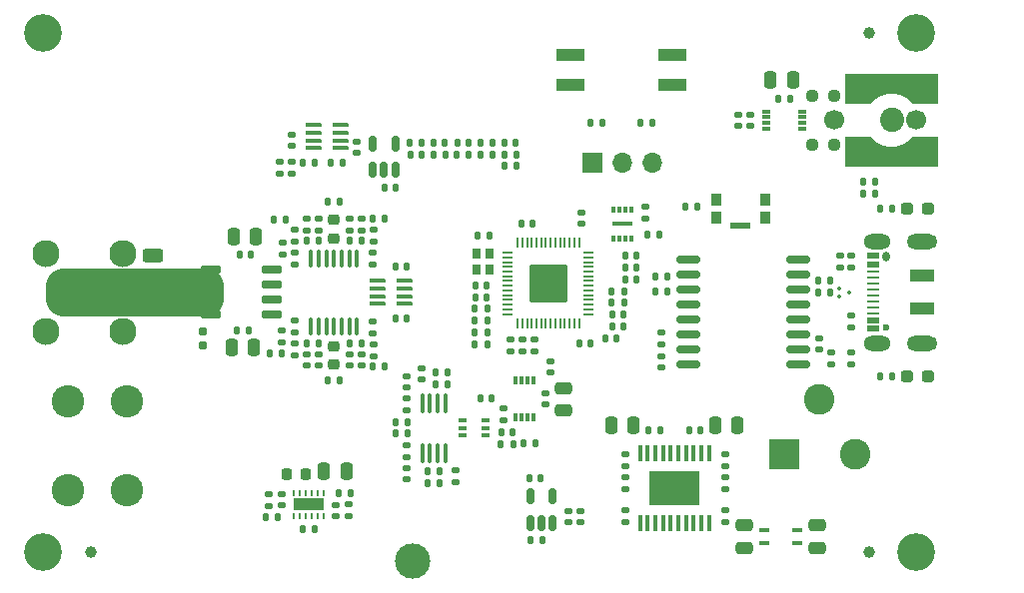
<source format=gts>
G04 #@! TF.GenerationSoftware,KiCad,Pcbnew,7.0.6-7.0.6~ubuntu20.04.1*
G04 #@! TF.CreationDate,2024-05-17T12:06:41-07:00*
G04 #@! TF.ProjectId,harp_lick_detector_capactive,68617270-5f6c-4696-936b-5f6465746563,rev?*
G04 #@! TF.SameCoordinates,PX640a5a0PY7088980*
G04 #@! TF.FileFunction,Soldermask,Top*
G04 #@! TF.FilePolarity,Negative*
%FSLAX46Y46*%
G04 Gerber Fmt 4.6, Leading zero omitted, Abs format (unit mm)*
G04 Created by KiCad (PCBNEW 7.0.6-7.0.6~ubuntu20.04.1) date 2024-05-17 12:06:41*
%MOMM*%
%LPD*%
G01*
G04 APERTURE LIST*
G04 Aperture macros list*
%AMRoundRect*
0 Rectangle with rounded corners*
0 $1 Rounding radius*
0 $2 $3 $4 $5 $6 $7 $8 $9 X,Y pos of 4 corners*
0 Add a 4 corners polygon primitive as box body*
4,1,4,$2,$3,$4,$5,$6,$7,$8,$9,$2,$3,0*
0 Add four circle primitives for the rounded corners*
1,1,$1+$1,$2,$3*
1,1,$1+$1,$4,$5*
1,1,$1+$1,$6,$7*
1,1,$1+$1,$8,$9*
0 Add four rect primitives between the rounded corners*
20,1,$1+$1,$2,$3,$4,$5,0*
20,1,$1+$1,$4,$5,$6,$7,0*
20,1,$1+$1,$6,$7,$8,$9,0*
20,1,$1+$1,$8,$9,$2,$3,0*%
%AMFreePoly0*
4,1,40,6.515355,1.015355,6.530000,0.980000,6.530000,-1.460000,6.515355,-1.495355,6.480000,-1.510000,4.370000,-1.510000,4.367882,-1.509122,4.365698,-1.509814,4.350485,-1.501916,4.334645,-1.495355,4.333768,-1.493237,4.331734,-1.492182,4.233315,-1.375157,4.010127,-1.166713,3.760982,-0.990847,3.490207,-0.850543,3.202844,-0.748414,2.904254,-0.686367,2.599999,-0.665555,2.295745,-0.686367,
1.997154,-0.748415,1.709792,-0.850543,1.439022,-0.990844,1.189872,-1.166713,0.966684,-1.375157,0.868266,-1.492182,0.866231,-1.493237,0.865355,-1.495355,0.849514,-1.501916,0.834302,-1.509814,0.832117,-1.509122,0.830000,-1.510000,-1.280000,-1.510000,-1.315355,-1.495355,-1.330000,-1.460000,-1.330000,0.980000,-1.315355,1.015355,-1.280000,1.030000,6.480000,1.030000,6.515355,1.015355,
6.515355,1.015355,$1*%
G04 Aperture macros list end*
%ADD10C,3.000000*%
%ADD11RoundRect,0.140000X-0.140000X-0.170000X0.140000X-0.170000X0.140000X0.170000X-0.140000X0.170000X0*%
%ADD12RoundRect,0.140000X-0.170000X0.140000X-0.170000X-0.140000X0.170000X-0.140000X0.170000X0.140000X0*%
%ADD13RoundRect,0.135000X0.185000X-0.135000X0.185000X0.135000X-0.185000X0.135000X-0.185000X-0.135000X0*%
%ADD14RoundRect,0.135000X-0.135000X-0.185000X0.135000X-0.185000X0.135000X0.185000X-0.135000X0.185000X0*%
%ADD15RoundRect,0.237500X0.287500X0.237500X-0.287500X0.237500X-0.287500X-0.237500X0.287500X-0.237500X0*%
%ADD16RoundRect,0.135000X-0.185000X0.135000X-0.185000X-0.135000X0.185000X-0.135000X0.185000X0.135000X0*%
%ADD17RoundRect,0.140000X0.140000X0.170000X-0.140000X0.170000X-0.140000X-0.170000X0.140000X-0.170000X0*%
%ADD18RoundRect,0.135000X0.135000X0.185000X-0.135000X0.185000X-0.135000X-0.185000X0.135000X-0.185000X0*%
%ADD19R,2.600000X2.600000*%
%ADD20C,2.600000*%
%ADD21RoundRect,0.140000X0.170000X-0.140000X0.170000X0.140000X-0.170000X0.140000X-0.170000X-0.140000X0*%
%ADD22RoundRect,0.250000X-0.475000X0.250000X-0.475000X-0.250000X0.475000X-0.250000X0.475000X0.250000X0*%
%ADD23RoundRect,0.160000X0.160000X-0.197500X0.160000X0.197500X-0.160000X0.197500X-0.160000X-0.197500X0*%
%ADD24C,2.200000*%
%ADD25C,2.300000*%
%ADD26R,2.440000X1.120000*%
%ADD27RoundRect,0.100000X-0.562500X-0.100000X0.562500X-0.100000X0.562500X0.100000X-0.562500X0.100000X0*%
%ADD28RoundRect,0.075000X-0.075000X0.075000X-0.075000X-0.075000X0.075000X-0.075000X0.075000X0.075000X0*%
%ADD29RoundRect,0.250000X-0.625000X0.312500X-0.625000X-0.312500X0.625000X-0.312500X0.625000X0.312500X0*%
%ADD30RoundRect,0.062500X-0.062500X0.187500X-0.062500X-0.187500X0.062500X-0.187500X0.062500X0.187500X0*%
%ADD31R,2.650000X1.000000*%
%ADD32RoundRect,0.250000X-0.250000X-0.475000X0.250000X-0.475000X0.250000X0.475000X-0.250000X0.475000X0*%
%ADD33RoundRect,0.225000X0.250000X-0.225000X0.250000X0.225000X-0.250000X0.225000X-0.250000X-0.225000X0*%
%ADD34RoundRect,0.150000X-0.725000X-0.150000X0.725000X-0.150000X0.725000X0.150000X-0.725000X0.150000X0*%
%ADD35R,0.800000X0.300000*%
%ADD36C,3.200000*%
%ADD37RoundRect,0.050000X-0.050000X0.387500X-0.050000X-0.387500X0.050000X-0.387500X0.050000X0.387500X0*%
%ADD38RoundRect,0.050000X-0.387500X0.050000X-0.387500X-0.050000X0.387500X-0.050000X0.387500X0.050000X0*%
%ADD39RoundRect,0.144000X-1.456000X1.456000X-1.456000X-1.456000X1.456000X-1.456000X1.456000X1.456000X0*%
%ADD40RoundRect,0.237500X-0.250000X-0.237500X0.250000X-0.237500X0.250000X0.237500X-0.250000X0.237500X0*%
%ADD41C,0.600000*%
%ADD42R,2.000000X1.000000*%
%ADD43O,0.600000X0.850000*%
%ADD44R,1.000000X0.520000*%
%ADD45R,1.000000X0.270000*%
%ADD46O,2.300000X1.300000*%
%ADD47O,2.600000X1.300000*%
%ADD48RoundRect,0.250000X0.250000X0.475000X-0.250000X0.475000X-0.250000X-0.475000X0.250000X-0.475000X0*%
%ADD49R,0.900000X1.000000*%
%ADD50R,1.700000X0.550000*%
%ADD51R,0.800000X0.900000*%
%ADD52RoundRect,0.147500X-0.172500X0.147500X-0.172500X-0.147500X0.172500X-0.147500X0.172500X0.147500X0*%
%ADD53C,1.000000*%
%ADD54RoundRect,0.100000X-0.100000X0.712500X-0.100000X-0.712500X0.100000X-0.712500X0.100000X0.712500X0*%
%ADD55RoundRect,0.150000X0.875000X0.150000X-0.875000X0.150000X-0.875000X-0.150000X0.875000X-0.150000X0*%
%ADD56R,0.300000X0.800000*%
%ADD57C,2.050000*%
%ADD58FreePoly0,180.000000*%
%ADD59FreePoly0,0.000000*%
%ADD60RoundRect,0.100000X0.100000X-0.637500X0.100000X0.637500X-0.100000X0.637500X-0.100000X-0.637500X0*%
%ADD61RoundRect,0.100000X0.225000X0.100000X-0.225000X0.100000X-0.225000X-0.100000X0.225000X-0.100000X0*%
%ADD62RoundRect,0.147500X0.147500X0.172500X-0.147500X0.172500X-0.147500X-0.172500X0.147500X-0.172500X0*%
%ADD63R,0.450000X1.450000*%
%ADD64R,4.200000X3.000000*%
%ADD65RoundRect,0.160000X-0.197500X-0.160000X0.197500X-0.160000X0.197500X0.160000X-0.197500X0.160000X0*%
%ADD66C,2.750000*%
%ADD67RoundRect,0.225000X-0.225000X-0.250000X0.225000X-0.250000X0.225000X0.250000X-0.225000X0.250000X0*%
%ADD68RoundRect,0.150000X0.150000X-0.512500X0.150000X0.512500X-0.150000X0.512500X-0.150000X-0.512500X0*%
%ADD69R,1.700000X1.700000*%
%ADD70O,1.700000X1.700000*%
%ADD71R,0.300000X0.600000*%
%ADD72R,1.700000X0.300000*%
%ADD73RoundRect,0.100000X0.350000X0.100000X-0.350000X0.100000X-0.350000X-0.100000X0.350000X-0.100000X0*%
%ADD74C,3.000000*%
%ADD75C,1.700000*%
G04 APERTURE END LIST*
D10*
X4650000Y25550000D02*
X16800000Y25550000D01*
X16800000Y24450000D01*
X4650000Y24450000D01*
X4650000Y25550000D01*
G36*
X4650000Y25550000D02*
G01*
X16800000Y25550000D01*
X16800000Y24450000D01*
X4650000Y24450000D01*
X4650000Y25550000D01*
G37*
D11*
G04 #@! TO.C,C6*
X39620000Y24600000D03*
X40580000Y24600000D03*
G04 #@! TD*
D12*
G04 #@! TO.C,C30*
X25300000Y31230000D03*
X25300000Y30270000D03*
G04 #@! TD*
D13*
G04 #@! TO.C,R28*
X43600000Y19990000D03*
X43600000Y21010000D03*
G04 #@! TD*
D14*
G04 #@! TO.C,R24*
X22190000Y19800000D03*
X23210000Y19800000D03*
G04 #@! TD*
D15*
G04 #@! TO.C,D1*
X77975000Y17900000D03*
X76225000Y17900000D03*
G04 #@! TD*
D16*
G04 #@! TO.C,R56*
X23070866Y36110000D03*
X23070866Y35090000D03*
G04 #@! TD*
D17*
G04 #@! TO.C,C21*
X20380000Y21800000D03*
X19420000Y21800000D03*
G04 #@! TD*
G04 #@! TO.C,C19*
X49380000Y20700000D03*
X48420000Y20700000D03*
G04 #@! TD*
D13*
G04 #@! TO.C,R40*
X60800000Y8327500D03*
X60800000Y9347500D03*
G04 #@! TD*
D18*
G04 #@! TO.C,R52*
X36610000Y8800000D03*
X35590000Y8800000D03*
G04 #@! TD*
D13*
G04 #@! TO.C,R44*
X42600000Y19990000D03*
X42600000Y21010000D03*
G04 #@! TD*
D17*
G04 #@! TO.C,C71*
X28350866Y36000000D03*
X27390866Y36000000D03*
G04 #@! TD*
D11*
G04 #@! TO.C,C9*
X51220000Y23100000D03*
X52180000Y23100000D03*
G04 #@! TD*
D16*
G04 #@! TO.C,R73*
X30900000Y22520000D03*
X30900000Y21500000D03*
G04 #@! TD*
D14*
G04 #@! TO.C,R58*
X53590000Y39400000D03*
X54610000Y39400000D03*
G04 #@! TD*
D13*
G04 #@! TO.C,R67*
X31000000Y29290000D03*
X31000000Y30310000D03*
G04 #@! TD*
D14*
G04 #@! TO.C,R62*
X35590000Y9800000D03*
X36610000Y9800000D03*
G04 #@! TD*
D19*
G04 #@! TO.C,J6*
X65800000Y11250000D03*
D20*
X71800000Y11250000D03*
X68800000Y15950000D03*
G04 #@! TD*
D21*
G04 #@! TO.C,C61*
X29600000Y36820000D03*
X29600000Y37780000D03*
G04 #@! TD*
G04 #@! TO.C,C27*
X48500000Y5520000D03*
X48500000Y6480000D03*
G04 #@! TD*
D14*
G04 #@! TO.C,R66*
X28990000Y29350000D03*
X30010000Y29350000D03*
G04 #@! TD*
D12*
G04 #@! TO.C,C38*
X33800000Y17880000D03*
X33800000Y16920000D03*
G04 #@! TD*
D22*
G04 #@! TO.C,C45*
X62400000Y5250000D03*
X62400000Y3350000D03*
G04 #@! TD*
D23*
G04 #@! TO.C,R59*
X16500000Y20502500D03*
X16500000Y21697500D03*
G04 #@! TD*
D18*
G04 #@! TO.C,R26*
X26310000Y20650000D03*
X25290000Y20650000D03*
G04 #@! TD*
D14*
G04 #@! TO.C,R75*
X39590000Y20600000D03*
X40610000Y20600000D03*
G04 #@! TD*
G04 #@! TO.C,R60*
X39590000Y22600000D03*
X40610000Y22600000D03*
G04 #@! TD*
D16*
G04 #@! TO.C,R38*
X60800000Y11247500D03*
X60800000Y10227500D03*
G04 #@! TD*
D24*
G04 #@! TO.C,J3*
X7000000Y25000000D03*
X4460000Y25000000D03*
D25*
X3190000Y21723400D03*
X9743200Y21723400D03*
X3190000Y28276600D03*
X9743200Y28276600D03*
G04 #@! TD*
D26*
G04 #@! TO.C,SW2*
X47695000Y45170000D03*
X47695000Y42630000D03*
X56305000Y42630000D03*
X56305000Y45170000D03*
G04 #@! TD*
D11*
G04 #@! TO.C,C13*
X43520000Y30800000D03*
X44480000Y30800000D03*
G04 #@! TD*
D14*
G04 #@! TO.C,R11*
X51190000Y24100000D03*
X52210000Y24100000D03*
G04 #@! TD*
D11*
G04 #@! TO.C,C60*
X40020000Y16000000D03*
X40980000Y16000000D03*
G04 #@! TD*
G04 #@! TO.C,C8*
X72520000Y33400000D03*
X73480000Y33400000D03*
G04 #@! TD*
D27*
G04 #@! TO.C,U14*
X31362500Y25975000D03*
X31362500Y25325000D03*
X31362500Y24675000D03*
X31362500Y24025000D03*
X33637500Y24025000D03*
X33637500Y24675000D03*
X33637500Y25325000D03*
X33637500Y25975000D03*
G04 #@! TD*
D21*
G04 #@! TO.C,C64*
X37900000Y8920000D03*
X37900000Y9880000D03*
G04 #@! TD*
D28*
G04 #@! TO.C,U2*
X70475000Y25350000D03*
X70475000Y24650000D03*
X71325000Y25000000D03*
G04 #@! TD*
D17*
G04 #@! TO.C,C41*
X25980000Y4900000D03*
X25020000Y4900000D03*
G04 #@! TD*
D13*
G04 #@! TO.C,R29*
X44600000Y19990000D03*
X44600000Y21010000D03*
G04 #@! TD*
D16*
G04 #@! TO.C,R39*
X52300000Y11247500D03*
X52300000Y10227500D03*
G04 #@! TD*
D29*
G04 #@! TO.C,R14*
X12300000Y28150000D03*
X12300000Y25225000D03*
G04 #@! TD*
D17*
G04 #@! TO.C,C28*
X45180000Y9200000D03*
X44220000Y9200000D03*
G04 #@! TD*
D21*
G04 #@! TO.C,C56*
X71500000Y18920000D03*
X71500000Y19880000D03*
G04 #@! TD*
D18*
G04 #@! TO.C,R69*
X28160000Y17500000D03*
X27140000Y17500000D03*
G04 #@! TD*
D30*
G04 #@! TO.C,U11*
X26750000Y7950000D03*
X26250000Y7950000D03*
X25750000Y7950000D03*
X25250000Y7950000D03*
X24750000Y7950000D03*
X24250000Y7950000D03*
X24250000Y6050000D03*
X24750000Y6050000D03*
X25250000Y6050000D03*
X25750000Y6050000D03*
X26250000Y6050000D03*
X26750000Y6050000D03*
D31*
X25500000Y7000000D03*
G04 #@! TD*
D32*
G04 #@! TO.C,C22*
X19150000Y29700000D03*
X21050000Y29700000D03*
G04 #@! TD*
G04 #@! TO.C,C40*
X26800000Y9800000D03*
X28700000Y9800000D03*
G04 #@! TD*
D21*
G04 #@! TO.C,C54*
X62900000Y39120000D03*
X62900000Y40080000D03*
G04 #@! TD*
D13*
G04 #@! TO.C,R3*
X70500000Y27090000D03*
X70500000Y28110000D03*
G04 #@! TD*
D33*
G04 #@! TO.C,C24*
X27650000Y18875000D03*
X27650000Y20425000D03*
G04 #@! TD*
D14*
G04 #@! TO.C,R54*
X24960866Y36000000D03*
X25980866Y36000000D03*
G04 #@! TD*
D34*
G04 #@! TO.C,U7*
X17225000Y26905000D03*
X17225000Y25635000D03*
X17225000Y24365000D03*
X17225000Y23095000D03*
X22375000Y23095000D03*
X22375000Y24365000D03*
X22375000Y25635000D03*
X22375000Y26905000D03*
G04 #@! TD*
D35*
G04 #@! TO.C,U1*
X64250000Y40350000D03*
X64250000Y39850000D03*
X64250000Y39350000D03*
X64250000Y38850000D03*
X67350000Y38850000D03*
X67350000Y39350000D03*
X67350000Y39850000D03*
X67350000Y40350000D03*
G04 #@! TD*
D13*
G04 #@! TO.C,R47*
X24350000Y21590000D03*
X24350000Y22610000D03*
G04 #@! TD*
D36*
G04 #@! TO.C,REF\u002A\u002A*
X77000000Y3000000D03*
G04 #@! TD*
D13*
G04 #@! TO.C,R46*
X24350000Y27390000D03*
X24350000Y28410000D03*
G04 #@! TD*
D14*
G04 #@! TO.C,R57*
X49390000Y39400000D03*
X50410000Y39400000D03*
G04 #@! TD*
D37*
G04 #@! TO.C,U4*
X48400000Y29200000D03*
X48000000Y29200000D03*
X47600000Y29200000D03*
X47200000Y29200000D03*
X46800000Y29200000D03*
X46400000Y29200000D03*
X46000000Y29200000D03*
X45600000Y29200000D03*
X45200000Y29200000D03*
X44800000Y29200000D03*
X44400000Y29200000D03*
X44000000Y29200000D03*
X43600000Y29200000D03*
X43200000Y29200000D03*
D38*
X42362500Y28362500D03*
X42362500Y27962500D03*
X42362500Y27562500D03*
X42362500Y27162500D03*
X42362500Y26762500D03*
X42362500Y26362500D03*
X42362500Y25962500D03*
X42362500Y25562500D03*
X42362500Y25162500D03*
X42362500Y24762500D03*
X42362500Y24362500D03*
X42362500Y23962500D03*
X42362500Y23562500D03*
X42362500Y23162500D03*
D37*
X43200000Y22325000D03*
X43600000Y22325000D03*
X44000000Y22325000D03*
X44400000Y22325000D03*
X44800000Y22325000D03*
X45200000Y22325000D03*
X45600000Y22325000D03*
X46000000Y22325000D03*
X46400000Y22325000D03*
X46800000Y22325000D03*
X47200000Y22325000D03*
X47600000Y22325000D03*
X48000000Y22325000D03*
X48400000Y22325000D03*
D38*
X49237500Y23162500D03*
X49237500Y23562500D03*
X49237500Y23962500D03*
X49237500Y24362500D03*
X49237500Y24762500D03*
X49237500Y25162500D03*
X49237500Y25562500D03*
X49237500Y25962500D03*
X49237500Y26362500D03*
X49237500Y26762500D03*
X49237500Y27162500D03*
X49237500Y27562500D03*
X49237500Y27962500D03*
X49237500Y28362500D03*
D39*
X45800000Y25762500D03*
G04 #@! TD*
D36*
G04 #@! TO.C,REF\u002A\u002A*
X77000000Y47000000D03*
G04 #@! TD*
D21*
G04 #@! TO.C,C3*
X55400000Y20620000D03*
X55400000Y21580000D03*
G04 #@! TD*
D40*
G04 #@! TO.C,R30*
X68187500Y41700000D03*
X70012500Y41700000D03*
G04 #@! TD*
D41*
G04 #@! TO.C,J5*
X74400000Y22000000D03*
D42*
X77500000Y23600000D03*
X77500000Y26400000D03*
D43*
X74400000Y28000000D03*
D44*
X73300000Y21900000D03*
X73300000Y22650000D03*
D45*
X73300000Y23250000D03*
X73300000Y24750000D03*
X73300000Y25750000D03*
X73300000Y26750000D03*
D44*
X73300000Y27350000D03*
X73300000Y28100000D03*
X73300000Y28100000D03*
X73300000Y27350000D03*
D45*
X73300000Y26250000D03*
X73300000Y25250000D03*
X73300000Y24250000D03*
X73300000Y23750000D03*
D44*
X73300000Y22650000D03*
X73300000Y21900000D03*
D46*
X73675000Y20680000D03*
D47*
X77500000Y20680000D03*
D46*
X73675000Y29320000D03*
D47*
X77500000Y29320000D03*
G04 #@! TD*
D48*
G04 #@! TO.C,C23*
X20850000Y20300000D03*
X18950000Y20300000D03*
G04 #@! TD*
D18*
G04 #@! TO.C,R7*
X55910000Y25100000D03*
X54890000Y25100000D03*
G04 #@! TD*
G04 #@! TO.C,R50*
X43080866Y35700000D03*
X42060866Y35700000D03*
G04 #@! TD*
D49*
G04 #@! TO.C,SW1*
X60050000Y31300000D03*
X60050000Y32900000D03*
X64150000Y32900000D03*
X64150000Y31300000D03*
D50*
X62100000Y30675000D03*
G04 #@! TD*
D21*
G04 #@! TO.C,C2*
X68800000Y20120000D03*
X68800000Y21080000D03*
G04 #@! TD*
D18*
G04 #@! TO.C,R17*
X39080866Y36700000D03*
X38060866Y36700000D03*
G04 #@! TD*
D27*
G04 #@! TO.C,U18*
X25933366Y39175000D03*
X25933366Y38525000D03*
X25933366Y37875000D03*
X25933366Y37225000D03*
X28208366Y37225000D03*
X28208366Y37875000D03*
X28208366Y38525000D03*
X28208366Y39175000D03*
G04 #@! TD*
D13*
G04 #@! TO.C,R32*
X28850000Y5990000D03*
X28850000Y7010000D03*
G04 #@! TD*
D36*
G04 #@! TO.C,REF\u002A\u002A*
X3000000Y47000000D03*
G04 #@! TD*
D51*
G04 #@! TO.C,X1*
X39750000Y28300000D03*
X39750000Y26900000D03*
X40850000Y26900000D03*
X40850000Y28300000D03*
G04 #@! TD*
D17*
G04 #@! TO.C,C52*
X42780000Y13150000D03*
X41820000Y13150000D03*
G04 #@! TD*
D18*
G04 #@! TO.C,R6*
X55910000Y26300000D03*
X54890000Y26300000D03*
G04 #@! TD*
D14*
G04 #@! TO.C,R61*
X39590000Y21600000D03*
X40610000Y21600000D03*
G04 #@! TD*
G04 #@! TO.C,R12*
X73890000Y17900000D03*
X74910000Y17900000D03*
G04 #@! TD*
D17*
G04 #@! TO.C,C50*
X44680000Y12200000D03*
X43720000Y12200000D03*
G04 #@! TD*
D52*
G04 #@! TO.C,D3*
X71500000Y28085000D03*
X71500000Y27115000D03*
G04 #@! TD*
D17*
G04 #@! TO.C,C14*
X53280000Y26100000D03*
X52320000Y26100000D03*
G04 #@! TD*
D21*
G04 #@! TO.C,C44*
X23200000Y6920000D03*
X23200000Y7880000D03*
G04 #@! TD*
D36*
G04 #@! TO.C,REF\u002A\u002A*
X3000000Y3000000D03*
G04 #@! TD*
D11*
G04 #@! TO.C,C70*
X32820000Y22800000D03*
X33780000Y22800000D03*
G04 #@! TD*
D18*
G04 #@! TO.C,R4*
X69710000Y26000000D03*
X68690000Y26000000D03*
G04 #@! TD*
D15*
G04 #@! TO.C,D2*
X77975000Y32100000D03*
X76225000Y32100000D03*
G04 #@! TD*
D17*
G04 #@! TO.C,C18*
X53280000Y27100000D03*
X52320000Y27100000D03*
G04 #@! TD*
D14*
G04 #@! TO.C,R70*
X30890000Y18700000D03*
X31910000Y18700000D03*
G04 #@! TD*
D11*
G04 #@! TO.C,C10*
X51220000Y22100000D03*
X52180000Y22100000D03*
G04 #@! TD*
D21*
G04 #@! TO.C,C69*
X35100000Y17620000D03*
X35100000Y18580000D03*
G04 #@! TD*
D14*
G04 #@! TO.C,R49*
X32890000Y13010000D03*
X33910000Y13010000D03*
G04 #@! TD*
D13*
G04 #@! TO.C,R27*
X24350000Y29280000D03*
X24350000Y30300000D03*
G04 #@! TD*
G04 #@! TO.C,R18*
X23300000Y28190000D03*
X23300000Y29210000D03*
G04 #@! TD*
D18*
G04 #@! TO.C,R5*
X69710000Y25000000D03*
X68690000Y25000000D03*
G04 #@! TD*
D17*
G04 #@! TO.C,C59*
X45280000Y4000000D03*
X44320000Y4000000D03*
G04 #@! TD*
D16*
G04 #@! TO.C,R72*
X31000000Y20610000D03*
X31000000Y19590000D03*
G04 #@! TD*
D18*
G04 #@! TO.C,R16*
X41080866Y36700000D03*
X40060866Y36700000D03*
G04 #@! TD*
D48*
G04 #@! TO.C,C48*
X53050000Y13737500D03*
X51150000Y13737500D03*
G04 #@! TD*
D13*
G04 #@! TO.C,R23*
X23200000Y20790000D03*
X23200000Y21810000D03*
G04 #@! TD*
D21*
G04 #@! TO.C,C51*
X45600000Y15470000D03*
X45600000Y16430000D03*
G04 #@! TD*
D12*
G04 #@! TO.C,C37*
X69800000Y19880000D03*
X69800000Y18920000D03*
G04 #@! TD*
D21*
G04 #@! TO.C,C74*
X29000000Y18770000D03*
X29000000Y19730000D03*
G04 #@! TD*
D16*
G04 #@! TO.C,R9*
X54000000Y32310000D03*
X54000000Y31290000D03*
G04 #@! TD*
D53*
G04 #@! TO.C,FID2*
X73000000Y3000000D03*
G04 #@! TD*
D17*
G04 #@! TO.C,C1*
X55180000Y29900000D03*
X54220000Y29900000D03*
G04 #@! TD*
D12*
G04 #@! TO.C,C31*
X26300000Y31230000D03*
X26300000Y30270000D03*
G04 #@! TD*
D11*
G04 #@! TO.C,C35*
X42090866Y37700000D03*
X43050866Y37700000D03*
G04 #@! TD*
D54*
G04 #@! TO.C,U10*
X37075000Y15612500D03*
X36425000Y15612500D03*
X35775000Y15612500D03*
X35125000Y15612500D03*
X35125000Y11387500D03*
X35775000Y11387500D03*
X36425000Y11387500D03*
X37075000Y11387500D03*
G04 #@! TD*
D14*
G04 #@! TO.C,R53*
X36240000Y18200000D03*
X37260000Y18200000D03*
G04 #@! TD*
D22*
G04 #@! TO.C,C11*
X47100000Y16900000D03*
X47100000Y15000000D03*
G04 #@! TD*
D48*
G04 #@! TO.C,C39*
X66550000Y43000000D03*
X64650000Y43000000D03*
G04 #@! TD*
D13*
G04 #@! TO.C,R41*
X52300000Y8327500D03*
X52300000Y9347500D03*
G04 #@! TD*
D12*
G04 #@! TO.C,C12*
X48600000Y31780000D03*
X48600000Y30820000D03*
G04 #@! TD*
D11*
G04 #@! TO.C,C15*
X39620000Y25600000D03*
X40580000Y25600000D03*
G04 #@! TD*
D55*
G04 #@! TO.C,U3*
X66950000Y18855000D03*
X66950000Y20125000D03*
X66950000Y21395000D03*
X66950000Y22665000D03*
X66950000Y23935000D03*
X66950000Y25205000D03*
X66950000Y26475000D03*
X66950000Y27745000D03*
X57650000Y27745000D03*
X57650000Y26475000D03*
X57650000Y25205000D03*
X57650000Y23935000D03*
X57650000Y22665000D03*
X57650000Y21395000D03*
X57650000Y20125000D03*
X57650000Y18855000D03*
G04 #@! TD*
D11*
G04 #@! TO.C,C46*
X57720000Y13337500D03*
X58680000Y13337500D03*
G04 #@! TD*
G04 #@! TO.C,C55*
X65320000Y41400000D03*
X66280000Y41400000D03*
G04 #@! TD*
D21*
G04 #@! TO.C,C65*
X33800000Y9120000D03*
X33800000Y10080000D03*
G04 #@! TD*
D11*
G04 #@! TO.C,C57*
X38090866Y37700000D03*
X39050866Y37700000D03*
G04 #@! TD*
D12*
G04 #@! TO.C,C26*
X47500000Y6480000D03*
X47500000Y5520000D03*
G04 #@! TD*
D18*
G04 #@! TO.C,R65*
X31960000Y31250000D03*
X30940000Y31250000D03*
G04 #@! TD*
D17*
G04 #@! TO.C,C47*
X55280000Y13337500D03*
X54320000Y13337500D03*
G04 #@! TD*
D56*
G04 #@! TO.C,U13*
X44550000Y17500000D03*
X44050000Y17500000D03*
X43550000Y17500000D03*
X43050000Y17500000D03*
X43050000Y14400000D03*
X43550000Y14400000D03*
X44050000Y14400000D03*
X44550000Y14400000D03*
G04 #@! TD*
D18*
G04 #@! TO.C,R8*
X43080866Y36700000D03*
X42060866Y36700000D03*
G04 #@! TD*
D57*
G04 #@! TO.C,J7*
X74900000Y39600000D03*
D58*
X77500000Y36700000D03*
D59*
X72300000Y42500000D03*
G04 #@! TD*
D18*
G04 #@! TO.C,R64*
X28160000Y32650000D03*
X27140000Y32650000D03*
G04 #@! TD*
D21*
G04 #@! TO.C,C16*
X45950000Y18220000D03*
X45950000Y19180000D03*
G04 #@! TD*
D60*
G04 #@! TO.C,U6*
X25700000Y22137500D03*
X26350000Y22137500D03*
X27000000Y22137500D03*
X27650000Y22137500D03*
X28300000Y22137500D03*
X28950000Y22137500D03*
X29600000Y22137500D03*
X29600000Y27862500D03*
X28950000Y27862500D03*
X28300000Y27862500D03*
X27650000Y27862500D03*
X27000000Y27862500D03*
X26350000Y27862500D03*
X25700000Y27862500D03*
G04 #@! TD*
D11*
G04 #@! TO.C,C62*
X31890866Y33900000D03*
X32850866Y33900000D03*
G04 #@! TD*
D14*
G04 #@! TO.C,R71*
X28990000Y20650000D03*
X30010000Y20650000D03*
G04 #@! TD*
D13*
G04 #@! TO.C,R37*
X52300000Y5527500D03*
X52300000Y6547500D03*
G04 #@! TD*
D14*
G04 #@! TO.C,R10*
X51190000Y25050000D03*
X52210000Y25050000D03*
G04 #@! TD*
D18*
G04 #@! TO.C,R51*
X33910000Y14010000D03*
X32890000Y14010000D03*
G04 #@! TD*
D21*
G04 #@! TO.C,C34*
X26300000Y18770000D03*
X26300000Y19730000D03*
G04 #@! TD*
D17*
G04 #@! TO.C,C17*
X51580000Y21100000D03*
X50620000Y21100000D03*
G04 #@! TD*
D21*
G04 #@! TO.C,C73*
X30000000Y18770000D03*
X30000000Y19730000D03*
G04 #@! TD*
D14*
G04 #@! TO.C,R13*
X73890000Y32100000D03*
X74910000Y32100000D03*
G04 #@! TD*
D16*
G04 #@! TO.C,R21*
X33800000Y16020000D03*
X33800000Y15000000D03*
G04 #@! TD*
D61*
G04 #@! TO.C,U9*
X40450000Y12860000D03*
X40450000Y13510000D03*
X40450000Y14160000D03*
X38550000Y14160000D03*
X38550000Y13510000D03*
X38550000Y12860000D03*
G04 #@! TD*
D62*
G04 #@! TO.C,D4*
X73485000Y34400000D03*
X72515000Y34400000D03*
G04 #@! TD*
D13*
G04 #@! TO.C,R63*
X33800000Y11000000D03*
X33800000Y12020000D03*
G04 #@! TD*
D16*
G04 #@! TO.C,R2*
X71500000Y23010000D03*
X71500000Y21990000D03*
G04 #@! TD*
D12*
G04 #@! TO.C,C72*
X29000000Y31230000D03*
X29000000Y30270000D03*
G04 #@! TD*
D21*
G04 #@! TO.C,C63*
X24070866Y37420000D03*
X24070866Y38380000D03*
G04 #@! TD*
D11*
G04 #@! TO.C,C20*
X19620000Y28200000D03*
X20580000Y28200000D03*
G04 #@! TD*
D63*
G04 #@! TO.C,U12*
X59425000Y11350000D03*
X58775000Y11350000D03*
X58125000Y11350000D03*
X57475000Y11350000D03*
X56825000Y11350000D03*
X56175000Y11350000D03*
X55525000Y11350000D03*
X54875000Y11350000D03*
X54225000Y11350000D03*
X53575000Y11350000D03*
X53575000Y5450000D03*
X54225000Y5450000D03*
X54875000Y5450000D03*
X55525000Y5450000D03*
X56175000Y5450000D03*
X56825000Y5450000D03*
X57475000Y5450000D03*
X58125000Y5450000D03*
X58775000Y5450000D03*
X59425000Y5450000D03*
D64*
X56500000Y8400000D03*
G04 #@! TD*
D65*
G04 #@! TO.C,R15*
X14202500Y25600000D03*
X15397500Y25600000D03*
G04 #@! TD*
D22*
G04 #@! TO.C,C67*
X68600000Y5250000D03*
X68600000Y3350000D03*
G04 #@! TD*
D18*
G04 #@! TO.C,R34*
X29060000Y8000000D03*
X28040000Y8000000D03*
G04 #@! TD*
D12*
G04 #@! TO.C,C53*
X61900000Y40080000D03*
X61900000Y39120000D03*
G04 #@! TD*
D66*
G04 #@! TO.C,H1*
X10100000Y15750000D03*
X5100000Y15750000D03*
X10100000Y8250000D03*
X5100000Y8250000D03*
G04 #@! TD*
D67*
G04 #@! TO.C,C42*
X23675000Y9600000D03*
X25225000Y9600000D03*
G04 #@! TD*
D14*
G04 #@! TO.C,R22*
X36240000Y17200000D03*
X37260000Y17200000D03*
G04 #@! TD*
G04 #@! TO.C,R35*
X21840000Y5900000D03*
X22860000Y5900000D03*
G04 #@! TD*
G04 #@! TO.C,R19*
X22490000Y31200000D03*
X23510000Y31200000D03*
G04 #@! TD*
D12*
G04 #@! TO.C,C5*
X55400000Y19580000D03*
X55400000Y18620000D03*
G04 #@! TD*
D16*
G04 #@! TO.C,R55*
X24070866Y36110000D03*
X24070866Y35090000D03*
G04 #@! TD*
D18*
G04 #@! TO.C,R20*
X26310000Y29350000D03*
X25290000Y29350000D03*
G04 #@! TD*
D13*
G04 #@! TO.C,R68*
X30900000Y27380000D03*
X30900000Y28400000D03*
G04 #@! TD*
D40*
G04 #@! TO.C,R31*
X68187500Y37500000D03*
X70012500Y37500000D03*
G04 #@! TD*
D13*
G04 #@! TO.C,R36*
X60800000Y5527500D03*
X60800000Y6547500D03*
G04 #@! TD*
D68*
G04 #@! TO.C,U17*
X30920866Y35362500D03*
X31870866Y35362500D03*
X32820866Y35362500D03*
X32820866Y37637500D03*
X30920866Y37637500D03*
G04 #@! TD*
D12*
G04 #@! TO.C,C43*
X27800000Y6980000D03*
X27800000Y6020000D03*
G04 #@! TD*
D18*
G04 #@! TO.C,R45*
X37080866Y36700000D03*
X36060866Y36700000D03*
G04 #@! TD*
D11*
G04 #@! TO.C,C29*
X32820000Y27200000D03*
X33780000Y27200000D03*
G04 #@! TD*
D33*
G04 #@! TO.C,C25*
X27650000Y29575000D03*
X27650000Y31125000D03*
G04 #@! TD*
D32*
G04 #@! TO.C,C49*
X59950000Y13737500D03*
X61850000Y13737500D03*
G04 #@! TD*
D18*
G04 #@! TO.C,R43*
X42810000Y12150000D03*
X41790000Y12150000D03*
G04 #@! TD*
D69*
G04 #@! TO.C,J2*
X49500000Y36000000D03*
D70*
X52040000Y36000000D03*
X54580000Y36000000D03*
G04 #@! TD*
D14*
G04 #@! TO.C,R25*
X34060866Y37700000D03*
X35080866Y37700000D03*
G04 #@! TD*
D53*
G04 #@! TO.C,FID1*
X7000000Y3000000D03*
G04 #@! TD*
D14*
G04 #@! TO.C,R74*
X39590000Y23600000D03*
X40610000Y23600000D03*
G04 #@! TD*
D71*
G04 #@! TO.C,U5*
X52850000Y32050000D03*
X52350000Y32050000D03*
X51850000Y32050000D03*
X51350000Y32050000D03*
X51350000Y29550000D03*
X51850000Y29550000D03*
X52350000Y29550000D03*
X52850000Y29550000D03*
D72*
X52100000Y30800000D03*
G04 #@! TD*
D73*
G04 #@! TO.C,L1*
X66900000Y3725000D03*
X66900000Y4875000D03*
X64100000Y4875000D03*
X64100000Y3725000D03*
G04 #@! TD*
D16*
G04 #@! TO.C,R33*
X22150000Y7910000D03*
X22150000Y6890000D03*
G04 #@! TD*
D11*
G04 #@! TO.C,C36*
X40090866Y37700000D03*
X41050866Y37700000D03*
G04 #@! TD*
D16*
G04 #@! TO.C,R48*
X24350000Y20710000D03*
X24350000Y19690000D03*
G04 #@! TD*
D17*
G04 #@! TO.C,C32*
X35050866Y36700000D03*
X34090866Y36700000D03*
G04 #@! TD*
D53*
G04 #@! TO.C,FID3*
X73000000Y47000000D03*
G04 #@! TD*
D68*
G04 #@! TO.C,U8*
X44250000Y5462500D03*
X45200000Y5462500D03*
X46150000Y5462500D03*
X46150000Y7737500D03*
X44250000Y7737500D03*
G04 #@! TD*
D17*
G04 #@! TO.C,C7*
X53280000Y28100000D03*
X52320000Y28100000D03*
G04 #@! TD*
D11*
G04 #@! TO.C,C4*
X39820000Y29800000D03*
X40780000Y29800000D03*
G04 #@! TD*
D21*
G04 #@! TO.C,C33*
X25300000Y18770000D03*
X25300000Y19730000D03*
G04 #@! TD*
D16*
G04 #@! TO.C,R42*
X42000000Y15160000D03*
X42000000Y14140000D03*
G04 #@! TD*
D74*
G04 #@! TO.C,TP1*
X34300000Y2200000D03*
G04 #@! TD*
D18*
G04 #@! TO.C,R1*
X58410000Y32300000D03*
X57390000Y32300000D03*
G04 #@! TD*
D12*
G04 #@! TO.C,C68*
X30000000Y31230000D03*
X30000000Y30270000D03*
G04 #@! TD*
D11*
G04 #@! TO.C,C58*
X36090866Y37700000D03*
X37050866Y37700000D03*
G04 #@! TD*
D75*
G04 #@! TO.C,J4*
X70000000Y39600000D03*
X77000000Y39600000D03*
G04 #@! TD*
M02*

</source>
